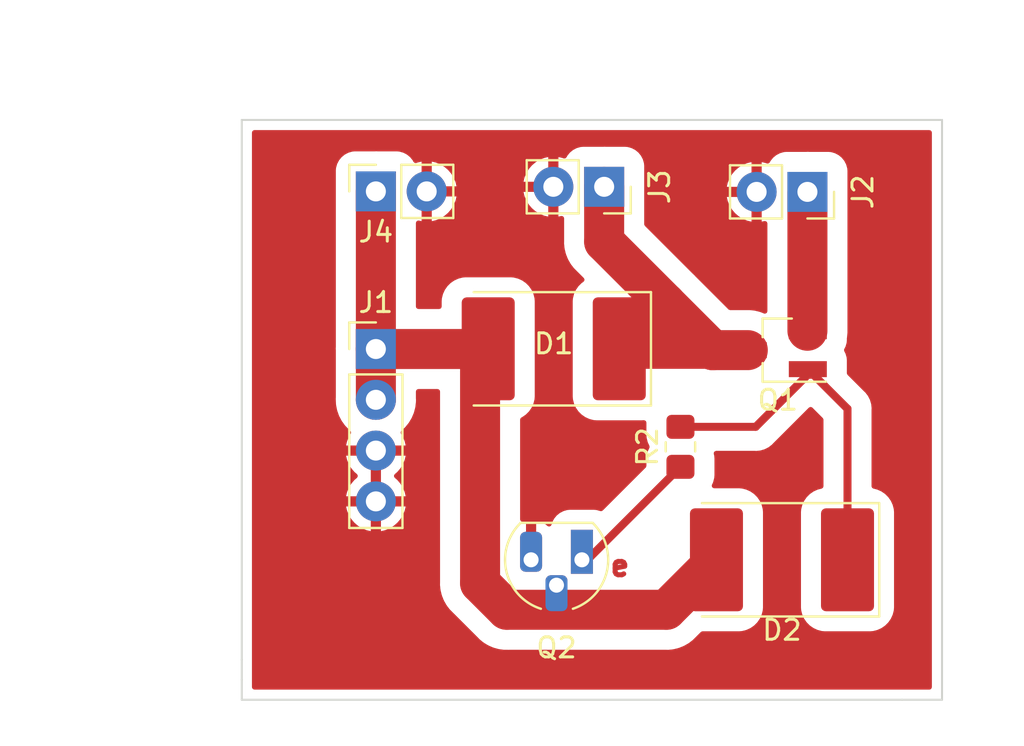
<source format=kicad_pcb>
(kicad_pcb (version 20211014) (generator pcbnew)
  (layers (0 "F.Cu" signal) (31 "B.Cu" signal) (34 "B.Paste" user) (35 "F.Paste" user) (36 "B.SilkS" user "B.Silkscreen") (37 "F.SilkS" user "F.Silkscreen") (38 "B.Mask" user) (39 "F.Mask" user) (44 "Edge.Cuts" user))
  (net 0 "")
  (net 1 "Net-(J3-Pad1)")
  (net 2 "5v_input")
  (net 3 "GND")
  (net 4 "Net-(J2-Pad1)")
  (net 5 "Net-(D2-Pad1)")
  (net 6 "Net-(R2-Pad1)")
  (footprint "MY_ETCHING:PinHeader_1x04_P2.54mm_Vertical_ETCH" (layer "F.Cu") (at 28.702 28.458)
    (fp_text reference "J1" (at 0 -2.33) (layer "F.SilkS"))
    (fp_text value "5v input")
    (fp_line (start -1.33 1.27) (end 1.33 1.27) (layer "F.SilkS") (width 0.12))
    (fp_line (start 1.33 1.27) (end 1.33 8.95) (layer "F.SilkS") (width 0.12))
    (fp_line (start -1.33 1.27) (end -1.33 8.95) (layer "F.SilkS") (width 0.12))
    (fp_line (start -1.33 0) (end -1.33 -1.33) (layer "F.SilkS") (width 0.12))
    (fp_line (start -1.33 8.95) (end 1.33 8.95) (layer "F.SilkS") (width 0.12))
    (fp_line (start -1.33 -1.33) (end 0 -1.33) (layer "F.SilkS") (width 0.12))
    (pad "1" thru_hole rect (at 0 0) (size 2 2) (drill 1) (layers *.Cu *.Mask) (net 2 "5v_input"))
    (pad "2" thru_hole oval (at 0 2.54) (size 2 2) (drill 1) (layers *.Cu *.Mask) (net 2 "5v_input"))
    (pad "3" thru_hole oval (at 0 5.08) (size 2 2) (drill 1) (layers *.Cu *.Mask) (net 3 "GND"))
    (pad "4" thru_hole oval (at 0 7.62) (size 2 2) (drill 1) (layers *.Cu *.Mask) (net 3 "GND"))
  )
  (footprint "MY_ETCHING:PinSocket_1x02_P2.54mm_Vertical_ETCH" (layer "F.Cu") (at 40.112 20.345 -90)
    (fp_text reference "J3" (at 0 -2.77 90) (layer "F.SilkS"))
    (fp_text value "Boost Input")
    (fp_line (start 1.33 -1.33) (end 1.33 0) (layer "F.SilkS") (width 0.12))
    (fp_line (start -1.33 1.27) (end -1.33 3.87) (layer "F.SilkS") (width 0.12))
    (fp_line (start -1.33 3.87) (end 1.33 3.87) (layer "F.SilkS") (width 0.12))
    (fp_line (start -1.33 1.27) (end 1.33 1.27) (layer "F.SilkS") (width 0.12))
    (fp_line (start 1.33 1.27) (end 1.33 3.87) (layer "F.SilkS") (width 0.12))
    (fp_line (start 0 -1.33) (end 1.33 -1.33) (layer "F.SilkS") (width 0.12))
    (pad "1" thru_hole rect (at 0 0 270) (size 2 2) (drill 1) (layers *.Cu *.Mask) (net 1 "Net-(J3-Pad1)"))
    (pad "2" thru_hole oval (at 0 2.54 270) (size 2 2) (drill 1) (layers *.Cu *.Mask) (net 3 "GND"))
  )
  (footprint "Diode_SMD:D_3220_8050Metric_Pad2.65x5.15mm_HandSolder" (layer "F.Cu") (at 37.592 28.448 180)
    (fp_text reference "D1" (at 0 0.254 180) (layer "F.SilkS"))
    (fp_text value "D")
    (fp_line (start -4.86 -2.835) (end -4.86 2.835) (layer "F.SilkS") (width 0.12))
    (fp_line (start 4 -2.835) (end -4.86 -2.835) (layer "F.SilkS") (width 0.12))
    (fp_line (start -4.86 2.835) (end 4 2.835) (layer "F.SilkS") (width 0.12))
    (pad "1" smd roundrect (at -3.275 0 180) (size 2.65 5.15) (layers "F.Cu" "F.Paste" "F.Mask") (roundrect_rratio 0.09434) (net 1 "Net-(J3-Pad1)"))
    (pad "2" smd roundrect (at 3.275 0 180) (size 2.65 5.15) (layers "F.Cu" "F.Paste" "F.Mask") (roundrect_rratio 0.09434) (net 2 "5v_input"))
  )
  (footprint "MY_ETCHING:PinSocket_1x02_P2.54mm_Vertical_ETCH" (layer "F.Cu") (at 28.702 20.574 90)
    (fp_text reference "J4" (at -2.032 0) (layer "F.SilkS"))
    (fp_text value "TP4056 input")
    (fp_line (start 1.33 -1.33) (end 1.33 0) (layer "F.SilkS") (width 0.12))
    (fp_line (start 0 -1.33) (end 1.33 -1.33) (layer "F.SilkS") (width 0.12))
    (fp_line (start -1.33 3.87) (end 1.33 3.87) (layer "F.SilkS") (width 0.12))
    (fp_line (start -1.33 1.27) (end 1.33 1.27) (layer "F.SilkS") (width 0.12))
    (fp_line (start -1.33 1.27) (end -1.33 3.87) (layer "F.SilkS") (width 0.12))
    (fp_line (start 1.33 1.27) (end 1.33 3.87) (layer "F.SilkS") (width 0.12))
    (pad "1" thru_hole rect (at 0 0 90) (size 2 2) (drill 1) (layers *.Cu *.Mask) (net 2 "5v_input"))
    (pad "2" thru_hole oval (at 0 2.54 90) (size 2 2) (drill 1) (layers *.Cu *.Mask) (net 3 "GND"))
  )
  (footprint "MY_ETCHING:PinSocket_1x02_P2.54mm_Vertical_ETCH" (layer "F.Cu") (at 50.272 20.599 -90)
    (fp_text reference "J2" (at 0 -2.77 90) (layer "F.SilkS"))
    (fp_text value "TP4056 output")
    (fp_line (start -1.33 1.27) (end -1.33 3.87) (layer "F.SilkS") (width 0.12))
    (fp_line (start -1.33 3.87) (end 1.33 3.87) (layer "F.SilkS") (width 0.12))
    (fp_line (start 1.33 1.27) (end 1.33 3.87) (layer "F.SilkS") (width 0.12))
    (fp_line (start 0 -1.33) (end 1.33 -1.33) (layer "F.SilkS") (width 0.12))
    (fp_line (start 1.33 -1.33) (end 1.33 0) (layer "F.SilkS") (width 0.12))
    (fp_line (start -1.33 1.27) (end 1.33 1.27) (layer "F.SilkS") (width 0.12))
    (pad "1" thru_hole rect (at 0 0 270) (size 2 2) (drill 1) (layers *.Cu *.Mask) (net 4 "Net-(J2-Pad1)"))
    (pad "2" thru_hole oval (at 0 2.54 270) (size 2 2) (drill 1) (layers *.Cu *.Mask) (net 3 "GND"))
  )
  (footprint "Diode_SMD:D_3220_8050Metric_Pad2.65x5.15mm_HandSolder" (layer "F.Cu") (at 49 39 180)
    (fp_text reference "D2" (at 0 -3.52) (layer "F.SilkS"))
    (fp_text value "D")
    (fp_line (start -4.86 2.835) (end 4 2.835) (layer "F.SilkS") (width 0.12))
    (fp_line (start -4.86 -2.835) (end -4.86 2.835) (layer "F.SilkS") (width 0.12))
    (fp_line (start 4 -2.835) (end -4.86 -2.835) (layer "F.SilkS") (width 0.12))
    (pad "1" smd roundrect (at -3.275 0 180) (size 2.65 5.15) (layers "F.Cu" "F.Paste" "F.Mask") (roundrect_rratio 0.09434) (net 5 "Net-(D2-Pad1)"))
    (pad "2" smd roundrect (at 3.275 0 180) (size 2.65 5.15) (layers "F.Cu" "F.Paste" "F.Mask") (roundrect_rratio 0.09434) (net 2 "5v_input"))
  )
  (footprint "Package_TO_SOT_THT:TO-92_HandSolder" (layer "F.Cu") (at 39 39 180)
    (fp_text reference "Q2" (at 1.27 -4.4) (layer "F.SilkS"))
    (fp_text value "2N3906")
    (fp_line (start -0.53 1.85) (end 3.07 1.85) (layer "F.SilkS") (width 0.12))
    (fp_arc (start 2.05 -2.45) (mid 3.769931 -0.601036) (end 3.078445 1.827684) (layer "F.SilkS") (width 0.12))
    (fp_arc (start -0.541875 1.841741) (mid -1.247231 -0.581764) (end 0.45 -2.45) (layer "F.SilkS") (width 0.12))
    (pad "1" thru_hole rect (at 0 0 180) (size 1.1 2.2) (drill 0.75 (offset 0 0.4)) (layers *.Cu *.Mask) (net 6 "Net-(R2-Pad1)"))
    (pad "2" thru_hole roundrect (at 1.27 -1.27 180) (size 1.1 1.8) (drill 0.75 (offset 0 -0.4)) (layers *.Cu *.Mask) (net 2 "5v_input"))
    (pad "3" thru_hole roundrect (at 2.54 0 180) (size 1.1 2) (drill 0.75 (offset 0 0.4)) (layers *.Cu *.Mask) (net 3 "GND"))
  )
  (footprint "Resistor_SMD:R_0805_2012Metric_Pad1.20x1.40mm_HandSolder" (layer "F.Cu") (at 43.925 33.35 90)
    (fp_text reference "R2" (at 0 -1.65 90) (layer "F.SilkS"))
    (fp_text value "100")
    (fp_line (start -0.227064 0.735) (end 0.227064 0.735) (layer "F.SilkS") (width 0.12))
    (fp_line (start -0.227064 -0.735) (end 0.227064 -0.735) (layer "F.SilkS") (width 0.12))
    (pad "1" smd roundrect (at -1 0 90) (size 1.2 1.4) (layers "F.Cu" "F.Paste" "F.Mask") (roundrect_rratio 0.2083333333) (net 6 "Net-(R2-Pad1)"))
    (pad "2" smd roundrect (at 1 0 90) (size 1.2 1.4) (layers "F.Cu" "F.Paste" "F.Mask") (roundrect_rratio 0.2083333333) (net 5 "Net-(D2-Pad1)"))
  )
  (footprint "Package_TO_SOT_SMD:SOT-23_Handsoldering" (layer "F.Cu") (at 48.792 28.514 180)
    (fp_text reference "Q1" (at 0 -2.5) (layer "F.SilkS"))
    (fp_text value "AO3415AFBV")
    (fp_line (start 0.76 1.58) (end -0.7 1.58) (layer "F.SilkS") (width 0.12))
    (fp_line (start 0.76 1.58) (end 0.76 0.65) (layer "F.SilkS") (width 0.12))
    (fp_line (start 0.76 -1.58) (end -2.4 -1.58) (layer "F.SilkS") (width 0.12))
    (fp_line (start 0.76 -1.58) (end 0.76 -0.65) (layer "F.SilkS") (width 0.12))
    (pad "1" smd rect (at -1.5 -0.95 180) (size 1.9 0.8) (layers "F.Cu" "F.Paste" "F.Mask") (net 5 "Net-(D2-Pad1)"))
    (pad "2" smd rect (at -1.5 0.95 180) (size 1.9 0.8) (layers "F.Cu" "F.Paste" "F.Mask") (net 4 "Net-(J2-Pad1)"))
    (pad "3" smd rect (at 1.5 0 180) (size 1.9 0.8) (layers "F.Cu" "F.Paste" "F.Mask") (net 1 "Net-(J3-Pad1)"))
  )
  (gr_line (start 22 44) (end 22 45) (layer "Edge.Cuts") (width 0.1))
  (gr_line (start 57 46) (end 55 46) (layer "Edge.Cuts") (width 0.1))
  (gr_line (start 55 17) (end 57 17) (layer "Edge.Cuts") (width 0.1))
  (gr_line (start 22 17) (end 55 17) (layer "Edge.Cuts") (width 0.1))
  (gr_line (start 22 45) (end 22 46) (layer "Edge.Cuts") (width 0.1))
  (gr_line (start 55 46) (end 22 46) (layer "Edge.Cuts") (width 0.1))
  (gr_line (start 57 17) (end 57 46) (layer "Edge.Cuts") (width 0.1))
  (gr_line (start 22 44) (end 22 17) (layer "Edge.Cuts") (width 0.1))
  (gr_text "e" (at 40.9 39.3) (layer "F.Cu") (effects (font (size 1 1) (thickness 0.25))))
  (segment (start 40.867 28.448) (end 40.894 28.448) (width 2) (layer "F.Cu") (net 1))
  (segment (start 40.894 28.448) (end 43.18 26.162) (width 2) (layer "F.Cu") (net 1))
  (segment (start 45.466 28.448) (end 45.532 28.514) (width 2) (layer "F.Cu") (net 1))
  (segment (start 45.532 28.514) (end 47.292 28.514) (width 2) (layer "F.Cu") (net 1))
  (segment (start 40.112 20.345) (end 40.112 23.094) (width 2) (layer "F.Cu") (net 1))
  (segment (start 40.112 23.094) (end 43.18 26.162) (width 2) (layer "F.Cu") (net 1))
  (segment (start 40.867 28.448) (end 45.466 28.448) (width 2) (layer "F.Cu") (net 1))
  (segment (start 43.18 26.162) (end 45.532 28.514) (width 2) (layer "F.Cu") (net 1))
  (segment (start 33.91048 28.85452) (end 33.91048 40.167137) (width 2) (layer "F.Cu") (net 2))
  (segment (start 28.702 28.458) (end 34.307 28.458) (width 2) (layer "F.Cu") (net 2))
  (segment (start 28.702 20.574) (end 28.702 28.458) (width 2) (layer "F.Cu") (net 2))
  (segment (start 43.225489 41.499511) (end 45.725 39) (width 2) (layer "F.Cu") (net 2))
  (segment (start 33.91048 40.167137) (end 35.242854 41.499511) (width 2) (layer "F.Cu") (net 2))
  (segment (start 34.317 28.448) (end 33.91048 28.85452) (width 2) (layer "F.Cu") (net 2))
  (segment (start 35.242854 41.499511) (end 43.225489 41.499511) (width 2) (layer "F.Cu") (net 2))
  (segment (start 34.307 28.458) (end 34.317 28.448) (width 2) (layer "F.Cu") (net 2))
  (segment (start 28.702 28.458) (end 28.702 30.998) (width 2) (layer "F.Cu") (net 2))
  (segment (start 50.272 20.599) (end 50.272 27.544) (width 2) (layer "F.Cu") (net 4))
  (segment (start 50.272 27.544) (end 50.292 27.564) (width 1.5) (layer "F.Cu") (net 4))
  (segment (start 47.68552 32.35) (end 50.292 29.74352) (width 0.4) (layer "F.Cu") (net 5))
  (segment (start 50.57152 29.74352) (end 50.292 29.74352) (width 0.4) (layer "F.Cu") (net 5))
  (segment (start 52.275 39) (end 52.275 31.447) (width 0.4) (layer "F.Cu") (net 5))
  (segment (start 52.275 31.447) (end 50.57152 29.74352) (width 0.4) (layer "F.Cu") (net 5))
  (segment (start 43.925 32.35) (end 47.68552 32.35) (width 0.4) (layer "F.Cu") (net 5))
  (segment (start 39.429511 38.845489) (end 39 38.845489) (width 0.4) (layer "F.Cu") (net 6))
  (segment (start 43.925 34.35) (end 39.429511 38.845489) (width 0.4) (layer "F.Cu") (net 6))
  (zone (net 3) (net_name "GND") (layer "F.Cu") (connect_pads (clearance 0.508)) (min_thickness 0.254) (fill yes (thermal_gap 0.508) (thermal_bridge_width 0.508))
    (polygon (pts (xy 60.588305 48.326903) (xy 20.02958 47.993068) (xy 20.051207 15.339423) (xy 61.117932 15.165258)))
  )
)
</source>
